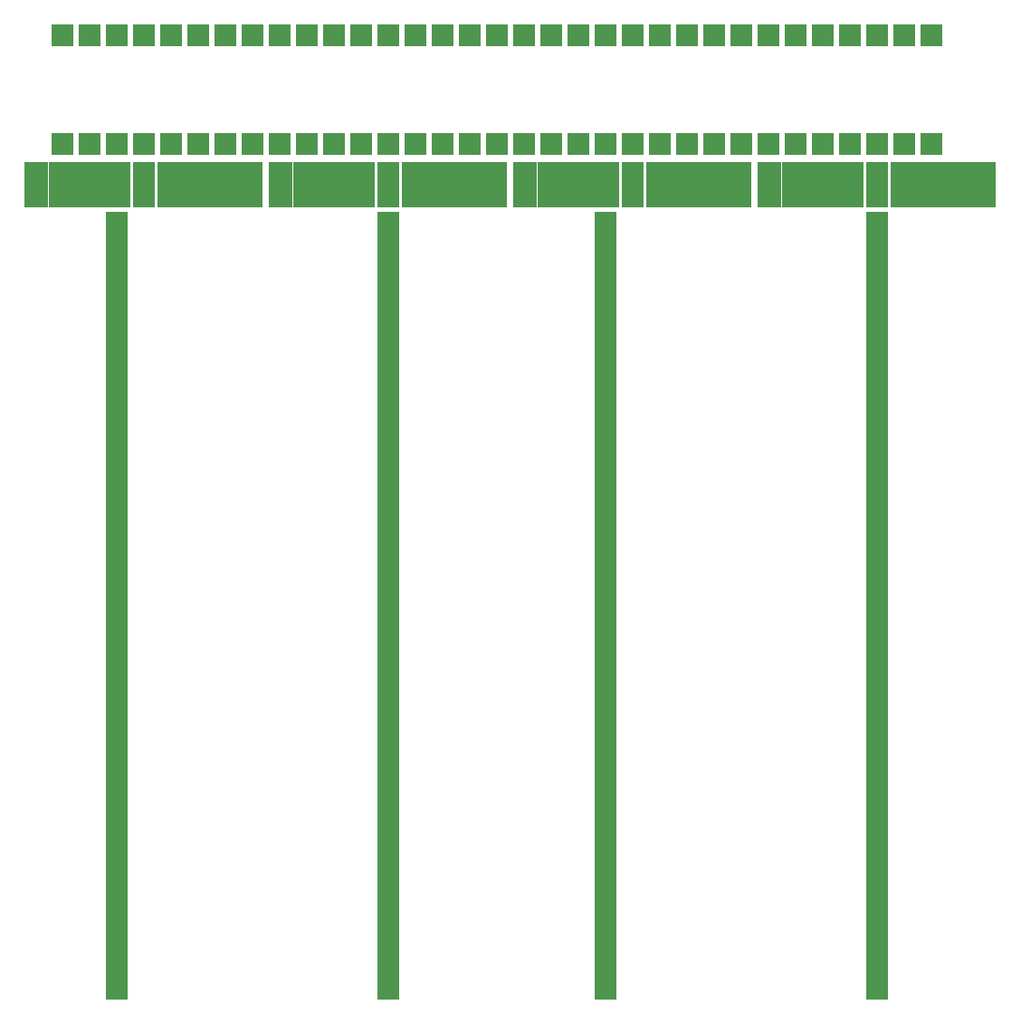
<source format=gts>
%TF.GenerationSoftware,KiCad,Pcbnew,(5.99.0-1350-g7e4d255cd)*%
%TF.CreationDate,2020-04-19T23:06:08-06:00*%
%TF.ProjectId,generic-pcb,67656e65-7269-4632-9d70-63622e6b6963,rev?*%
%TF.SameCoordinates,PX5d42830PY292dfe0*%
%TF.FileFunction,Soldermask,Top*%
%TF.FilePolarity,Negative*%
%FSLAX46Y46*%
G04 Gerber Fmt 4.6, Leading zero omitted, Abs format (unit mm)*
G04 Created by KiCad (PCBNEW (5.99.0-1350-g7e4d255cd)) date 2020-04-19 23:06:08*
%MOMM*%
%LPD*%
G01*
G04 APERTURE LIST*
%ADD10R,2.540000X2.286000*%
%ADD11R,2.286000X2.286000*%
%ADD12R,3.048000X2.286000*%
%ADD13R,2.032000X2.286000*%
%ADD14R,2.032000X2.540000*%
%ADD15R,2.032000X2.032000*%
G04 APERTURE END LIST*
D10*
%TO.C,REF\u002A\u002A8*%
X82550000Y-17526000D03*
D11*
X95123000Y-17526000D03*
D10*
X92710000Y-17526000D03*
X90170000Y-17526000D03*
D11*
X75057000Y-17526000D03*
D10*
X77470000Y-17526000D03*
X87630000Y-17526000D03*
D12*
X80010000Y-17526000D03*
D13*
X85090000Y-17526000D03*
D11*
X75057000Y-15494000D03*
D10*
X77470000Y-15494000D03*
X80010000Y-15494000D03*
X82550000Y-15494000D03*
D11*
X95123000Y-15494000D03*
D10*
X92710000Y-15494000D03*
X90170000Y-15494000D03*
X87630000Y-15494000D03*
D13*
X85090000Y-15494000D03*
%TD*%
%TO.C,REF\u002A\u002A8*%
X62230000Y-15494000D03*
D10*
X64770000Y-15494000D03*
X67310000Y-15494000D03*
X69850000Y-15494000D03*
D11*
X72263000Y-15494000D03*
D10*
X59690000Y-15494000D03*
X57150000Y-15494000D03*
X54610000Y-15494000D03*
D11*
X52197000Y-15494000D03*
D13*
X62230000Y-17526000D03*
D12*
X57150000Y-17526000D03*
D10*
X64770000Y-17526000D03*
X54610000Y-17526000D03*
D11*
X52197000Y-17526000D03*
D10*
X67310000Y-17526000D03*
X69850000Y-17526000D03*
D11*
X72263000Y-17526000D03*
D10*
X59690000Y-17526000D03*
%TD*%
%TO.C,REF\u002A\u002A8*%
X36830000Y-17526000D03*
D11*
X49403000Y-17526000D03*
D10*
X46990000Y-17526000D03*
X44450000Y-17526000D03*
D11*
X29337000Y-17526000D03*
D10*
X31750000Y-17526000D03*
X41910000Y-17526000D03*
D12*
X34290000Y-17526000D03*
D13*
X39370000Y-17526000D03*
D11*
X29337000Y-15494000D03*
D10*
X31750000Y-15494000D03*
X34290000Y-15494000D03*
X36830000Y-15494000D03*
D11*
X49403000Y-15494000D03*
D10*
X46990000Y-15494000D03*
X44450000Y-15494000D03*
X41910000Y-15494000D03*
D13*
X39370000Y-15494000D03*
%TD*%
%TO.C,REF\u002A\u002A8*%
X16510000Y-15494000D03*
D10*
X19050000Y-15494000D03*
X21590000Y-15494000D03*
X24130000Y-15494000D03*
D11*
X26543000Y-15494000D03*
D10*
X13970000Y-15494000D03*
X11430000Y-15494000D03*
X8890000Y-15494000D03*
D11*
X6477000Y-15494000D03*
D13*
X16510000Y-17526000D03*
D12*
X11430000Y-17526000D03*
D10*
X19050000Y-17526000D03*
X8890000Y-17526000D03*
D11*
X6477000Y-17526000D03*
D10*
X21590000Y-17526000D03*
X24130000Y-17526000D03*
D11*
X26543000Y-17526000D03*
D10*
X13970000Y-17526000D03*
%TD*%
D14*
%TO.C,REF\u002A\u002A10*%
X85090000Y-91440000D03*
%TD*%
%TO.C,REF\u002A\u002A10*%
X39370000Y-91440000D03*
%TD*%
%TO.C,REF\u002A\u002A22*%
X59690000Y-40640000D03*
%TD*%
%TO.C,REF\u002A\u002A27*%
X13970000Y-27940000D03*
%TD*%
%TO.C,REF\u002A\u002A27*%
X13970000Y-25400000D03*
%TD*%
%TO.C,REF\u002A\u002A27*%
X13970000Y-22860000D03*
%TD*%
%TO.C,REF\u002A\u002A34*%
X39370000Y-27940000D03*
%TD*%
%TO.C,REF\u002A\u002A34*%
X39370000Y-25400000D03*
%TD*%
%TO.C,REF\u002A\u002A34*%
X39370000Y-22860000D03*
%TD*%
%TO.C,REF\u002A\u002A27*%
X59690000Y-27940000D03*
%TD*%
%TO.C,REF\u002A\u002A27*%
X59690000Y-25400000D03*
%TD*%
%TO.C,REF\u002A\u002A27*%
X59690000Y-22860000D03*
%TD*%
%TO.C,REF\u002A\u002A34*%
X85090000Y-27940000D03*
%TD*%
%TO.C,REF\u002A\u002A34*%
X85090000Y-25400000D03*
%TD*%
%TO.C,REF\u002A\u002A34*%
X85090000Y-22860000D03*
%TD*%
%TO.C,REF\u002A\u002A3*%
X13970000Y-88900000D03*
%TD*%
%TO.C,REF\u002A\u002A4*%
X13970000Y-86360000D03*
%TD*%
%TO.C,REF\u002A\u002A5*%
X13970000Y-83820000D03*
%TD*%
%TO.C,REF\u002A\u002A6*%
X13970000Y-81280000D03*
%TD*%
%TO.C,REF\u002A\u002A7*%
X13970000Y-78740000D03*
%TD*%
%TO.C,REF\u002A\u002A8*%
X13970000Y-76200000D03*
%TD*%
%TO.C,REF\u002A\u002A9*%
X13970000Y-73660000D03*
%TD*%
%TO.C,REF\u002A\u002A10*%
X13970000Y-71120000D03*
%TD*%
%TO.C,REF\u002A\u002A11*%
X13970000Y-68580000D03*
%TD*%
%TO.C,REF\u002A\u002A12*%
X13970000Y-66040000D03*
%TD*%
%TO.C,REF\u002A\u002A13*%
X13970000Y-63500000D03*
%TD*%
%TO.C,REF\u002A\u002A14*%
X13970000Y-60960000D03*
%TD*%
%TO.C,REF\u002A\u002A15*%
X13970000Y-58420000D03*
%TD*%
%TO.C,REF\u002A\u002A16*%
X13970000Y-55880000D03*
%TD*%
%TO.C,REF\u002A\u002A17*%
X13970000Y-53340000D03*
%TD*%
%TO.C,REF\u002A\u002A18*%
X13970000Y-50800000D03*
%TD*%
%TO.C,REF\u002A\u002A19*%
X13970000Y-48260000D03*
%TD*%
%TO.C,REF\u002A\u002A20*%
X13970000Y-45720000D03*
%TD*%
%TO.C,REF\u002A\u002A21*%
X13970000Y-43180000D03*
%TD*%
%TO.C,REF\u002A\u002A22*%
X13970000Y-40640000D03*
%TD*%
%TO.C,REF\u002A\u002A23*%
X13970000Y-38100000D03*
%TD*%
%TO.C,REF\u002A\u002A24*%
X13970000Y-35560000D03*
%TD*%
%TO.C,REF\u002A\u002A25*%
X13970000Y-33020000D03*
%TD*%
%TO.C,REF\u002A\u002A26*%
X13970000Y-30480000D03*
%TD*%
%TO.C,REF\u002A\u002A27*%
X13970000Y-20320000D03*
%TD*%
%TO.C,REF\u002A\u002A27*%
X13970000Y-20320000D03*
%TD*%
%TO.C,REF\u002A\u002A26*%
X13970000Y-30480000D03*
%TD*%
%TO.C,REF\u002A\u002A25*%
X13970000Y-33020000D03*
%TD*%
%TO.C,REF\u002A\u002A24*%
X13970000Y-35560000D03*
%TD*%
%TO.C,REF\u002A\u002A23*%
X13970000Y-38100000D03*
%TD*%
%TO.C,REF\u002A\u002A22*%
X13970000Y-40640000D03*
%TD*%
%TO.C,REF\u002A\u002A21*%
X13970000Y-43180000D03*
%TD*%
%TO.C,REF\u002A\u002A20*%
X13970000Y-45720000D03*
%TD*%
%TO.C,REF\u002A\u002A19*%
X13970000Y-48260000D03*
%TD*%
%TO.C,REF\u002A\u002A18*%
X13970000Y-50800000D03*
%TD*%
%TO.C,REF\u002A\u002A17*%
X13970000Y-53340000D03*
%TD*%
%TO.C,REF\u002A\u002A16*%
X13970000Y-55880000D03*
%TD*%
%TO.C,REF\u002A\u002A15*%
X13970000Y-58420000D03*
%TD*%
%TO.C,REF\u002A\u002A14*%
X13970000Y-60960000D03*
%TD*%
%TO.C,REF\u002A\u002A13*%
X13970000Y-63500000D03*
%TD*%
%TO.C,REF\u002A\u002A12*%
X13970000Y-66040000D03*
%TD*%
%TO.C,REF\u002A\u002A11*%
X13970000Y-68580000D03*
%TD*%
%TO.C,REF\u002A\u002A10*%
X13970000Y-71120000D03*
%TD*%
%TO.C,REF\u002A\u002A9*%
X13970000Y-73660000D03*
%TD*%
%TO.C,REF\u002A\u002A8*%
X13970000Y-76200000D03*
%TD*%
%TO.C,REF\u002A\u002A7*%
X13970000Y-78740000D03*
%TD*%
%TO.C,REF\u002A\u002A6*%
X13970000Y-81280000D03*
%TD*%
%TO.C,REF\u002A\u002A5*%
X13970000Y-83820000D03*
%TD*%
%TO.C,REF\u002A\u002A4*%
X13970000Y-86360000D03*
%TD*%
%TO.C,REF\u002A\u002A3*%
X13970000Y-91440000D03*
%TD*%
%TO.C,REF\u002A\u002A3*%
X59690000Y-88900000D03*
%TD*%
%TO.C,REF\u002A\u002A4*%
X59690000Y-86360000D03*
%TD*%
%TO.C,REF\u002A\u002A5*%
X59690000Y-83820000D03*
%TD*%
%TO.C,REF\u002A\u002A6*%
X59690000Y-81280000D03*
%TD*%
%TO.C,REF\u002A\u002A7*%
X59690000Y-78740000D03*
%TD*%
%TO.C,REF\u002A\u002A8*%
X59690000Y-76200000D03*
%TD*%
%TO.C,REF\u002A\u002A9*%
X59690000Y-73660000D03*
%TD*%
%TO.C,REF\u002A\u002A10*%
X59690000Y-71120000D03*
%TD*%
%TO.C,REF\u002A\u002A11*%
X59690000Y-68580000D03*
%TD*%
%TO.C,REF\u002A\u002A12*%
X59690000Y-66040000D03*
%TD*%
%TO.C,REF\u002A\u002A13*%
X59690000Y-63500000D03*
%TD*%
%TO.C,REF\u002A\u002A14*%
X59690000Y-60960000D03*
%TD*%
%TO.C,REF\u002A\u002A15*%
X59690000Y-58420000D03*
%TD*%
%TO.C,REF\u002A\u002A16*%
X59690000Y-55880000D03*
%TD*%
%TO.C,REF\u002A\u002A17*%
X59690000Y-53340000D03*
%TD*%
%TO.C,REF\u002A\u002A18*%
X59690000Y-50800000D03*
%TD*%
%TO.C,REF\u002A\u002A19*%
X59690000Y-48260000D03*
%TD*%
%TO.C,REF\u002A\u002A20*%
X59690000Y-45720000D03*
%TD*%
%TO.C,REF\u002A\u002A21*%
X59690000Y-43180000D03*
%TD*%
%TO.C,REF\u002A\u002A22*%
X59690000Y-40640000D03*
%TD*%
%TO.C,REF\u002A\u002A23*%
X59690000Y-38100000D03*
%TD*%
%TO.C,REF\u002A\u002A24*%
X59690000Y-35560000D03*
%TD*%
%TO.C,REF\u002A\u002A25*%
X59690000Y-33020000D03*
%TD*%
%TO.C,REF\u002A\u002A26*%
X59690000Y-30480000D03*
%TD*%
%TO.C,REF\u002A\u002A27*%
X59690000Y-20320000D03*
%TD*%
%TO.C,REF\u002A\u002A27*%
X59690000Y-20320000D03*
%TD*%
%TO.C,REF\u002A\u002A26*%
X59690000Y-30480000D03*
%TD*%
%TO.C,REF\u002A\u002A25*%
X59690000Y-33020000D03*
%TD*%
%TO.C,REF\u002A\u002A24*%
X59690000Y-35560000D03*
%TD*%
%TO.C,REF\u002A\u002A23*%
X59690000Y-38100000D03*
%TD*%
%TO.C,REF\u002A\u002A22*%
X59690000Y-40640000D03*
%TD*%
%TO.C,REF\u002A\u002A21*%
X59690000Y-43180000D03*
%TD*%
%TO.C,REF\u002A\u002A20*%
X59690000Y-45720000D03*
%TD*%
%TO.C,REF\u002A\u002A19*%
X59690000Y-48260000D03*
%TD*%
%TO.C,REF\u002A\u002A18*%
X59690000Y-50800000D03*
%TD*%
%TO.C,REF\u002A\u002A17*%
X59690000Y-53340000D03*
%TD*%
%TO.C,REF\u002A\u002A16*%
X59690000Y-55880000D03*
%TD*%
%TO.C,REF\u002A\u002A15*%
X59690000Y-58420000D03*
%TD*%
%TO.C,REF\u002A\u002A14*%
X59690000Y-60960000D03*
%TD*%
%TO.C,REF\u002A\u002A13*%
X59690000Y-63500000D03*
%TD*%
%TO.C,REF\u002A\u002A12*%
X59690000Y-66040000D03*
%TD*%
%TO.C,REF\u002A\u002A11*%
X59690000Y-68580000D03*
%TD*%
%TO.C,REF\u002A\u002A10*%
X59690000Y-71120000D03*
%TD*%
%TO.C,REF\u002A\u002A9*%
X59690000Y-73660000D03*
%TD*%
%TO.C,REF\u002A\u002A8*%
X59690000Y-76200000D03*
%TD*%
%TO.C,REF\u002A\u002A7*%
X59690000Y-78740000D03*
%TD*%
%TO.C,REF\u002A\u002A6*%
X59690000Y-81280000D03*
%TD*%
%TO.C,REF\u002A\u002A5*%
X59690000Y-83820000D03*
%TD*%
%TO.C,REF\u002A\u002A4*%
X59690000Y-86360000D03*
%TD*%
%TO.C,REF\u002A\u002A3*%
X59690000Y-91440000D03*
%TD*%
%TO.C,REF\u002A\u002A10*%
X39370000Y-88900000D03*
%TD*%
%TO.C,REF\u002A\u002A11*%
X39370000Y-86360000D03*
%TD*%
%TO.C,REF\u002A\u002A12*%
X39370000Y-83820000D03*
%TD*%
%TO.C,REF\u002A\u002A13*%
X39370000Y-81280000D03*
%TD*%
%TO.C,REF\u002A\u002A14*%
X39370000Y-78740000D03*
%TD*%
%TO.C,REF\u002A\u002A15*%
X39370000Y-76200000D03*
%TD*%
%TO.C,REF\u002A\u002A16*%
X39370000Y-73660000D03*
%TD*%
%TO.C,REF\u002A\u002A17*%
X39370000Y-71120000D03*
%TD*%
%TO.C,REF\u002A\u002A18*%
X39370000Y-68580000D03*
%TD*%
%TO.C,REF\u002A\u002A19*%
X39370000Y-66040000D03*
%TD*%
%TO.C,REF\u002A\u002A20*%
X39370000Y-63500000D03*
%TD*%
%TO.C,REF\u002A\u002A21*%
X39370000Y-60960000D03*
%TD*%
%TO.C,REF\u002A\u002A22*%
X39370000Y-58420000D03*
%TD*%
%TO.C,REF\u002A\u002A23*%
X39370000Y-55880000D03*
%TD*%
%TO.C,REF\u002A\u002A24*%
X39370000Y-53340000D03*
%TD*%
%TO.C,REF\u002A\u002A25*%
X39370000Y-50800000D03*
%TD*%
%TO.C,REF\u002A\u002A26*%
X39370000Y-48260000D03*
%TD*%
%TO.C,REF\u002A\u002A27*%
X39370000Y-45720000D03*
%TD*%
%TO.C,REF\u002A\u002A28*%
X39370000Y-43180000D03*
%TD*%
%TO.C,REF\u002A\u002A29*%
X39370000Y-40640000D03*
%TD*%
%TO.C,REF\u002A\u002A30*%
X39370000Y-38100000D03*
%TD*%
%TO.C,REF\u002A\u002A31*%
X39370000Y-35560000D03*
%TD*%
%TO.C,REF\u002A\u002A32*%
X39370000Y-33020000D03*
%TD*%
%TO.C,REF\u002A\u002A33*%
X39370000Y-30480000D03*
%TD*%
%TO.C,REF\u002A\u002A34*%
X39370000Y-20320000D03*
%TD*%
%TO.C,REF\u002A\u002A34*%
X85090000Y-20320000D03*
%TD*%
%TO.C,REF\u002A\u002A33*%
X85090000Y-30480000D03*
%TD*%
%TO.C,REF\u002A\u002A32*%
X85090000Y-33020000D03*
%TD*%
%TO.C,REF\u002A\u002A31*%
X85090000Y-35560000D03*
%TD*%
%TO.C,REF\u002A\u002A30*%
X85090000Y-38100000D03*
%TD*%
%TO.C,REF\u002A\u002A29*%
X85090000Y-40640000D03*
%TD*%
%TO.C,REF\u002A\u002A28*%
X85090000Y-43180000D03*
%TD*%
%TO.C,REF\u002A\u002A27*%
X85090000Y-45720000D03*
%TD*%
%TO.C,REF\u002A\u002A26*%
X85090000Y-48260000D03*
%TD*%
%TO.C,REF\u002A\u002A25*%
X85090000Y-50800000D03*
%TD*%
%TO.C,REF\u002A\u002A24*%
X85090000Y-53340000D03*
%TD*%
%TO.C,REF\u002A\u002A23*%
X85090000Y-55880000D03*
%TD*%
%TO.C,REF\u002A\u002A22*%
X85090000Y-58420000D03*
%TD*%
%TO.C,REF\u002A\u002A21*%
X85090000Y-60960000D03*
%TD*%
%TO.C,REF\u002A\u002A20*%
X85090000Y-63500000D03*
%TD*%
%TO.C,REF\u002A\u002A19*%
X85090000Y-66040000D03*
%TD*%
%TO.C,REF\u002A\u002A18*%
X85090000Y-68580000D03*
%TD*%
%TO.C,REF\u002A\u002A17*%
X85090000Y-71120000D03*
%TD*%
%TO.C,REF\u002A\u002A16*%
X85090000Y-73660000D03*
%TD*%
%TO.C,REF\u002A\u002A15*%
X85090000Y-76200000D03*
%TD*%
%TO.C,REF\u002A\u002A14*%
X85090000Y-78740000D03*
%TD*%
%TO.C,REF\u002A\u002A13*%
X85090000Y-81280000D03*
%TD*%
%TO.C,REF\u002A\u002A12*%
X85090000Y-83820000D03*
%TD*%
%TO.C,REF\u002A\u002A11*%
X85090000Y-86360000D03*
%TD*%
%TO.C,REF\u002A\u002A10*%
X85090000Y-88900000D03*
%TD*%
D15*
%TO.C,REF\u002A\u002A33*%
X90170000Y-2540000D03*
X90170000Y-12700000D03*
%TD*%
%TO.C,REF\u002A\u002A32*%
X87630000Y-2540000D03*
X87630000Y-12700000D03*
%TD*%
%TO.C,REF\u002A\u002A31*%
X85090000Y-2540000D03*
X85090000Y-12700000D03*
%TD*%
%TO.C,REF\u002A\u002A30*%
X82550000Y-2540000D03*
X82550000Y-12700000D03*
%TD*%
%TO.C,REF\u002A\u002A29*%
X80010000Y-2540000D03*
X80010000Y-12700000D03*
%TD*%
%TO.C,REF\u002A\u002A28*%
X77470000Y-2540000D03*
X77470000Y-12700000D03*
%TD*%
%TO.C,REF\u002A\u002A27*%
X74930000Y-2540000D03*
X74930000Y-12700000D03*
%TD*%
%TO.C,REF\u002A\u002A26*%
X72390000Y-2540000D03*
X72390000Y-12700000D03*
%TD*%
%TO.C,REF\u002A\u002A25*%
X69850000Y-2540000D03*
X69850000Y-12700000D03*
%TD*%
%TO.C,REF\u002A\u002A24*%
X67310000Y-2540000D03*
X67310000Y-12700000D03*
%TD*%
%TO.C,REF\u002A\u002A23*%
X64770000Y-2540000D03*
X64770000Y-12700000D03*
%TD*%
%TO.C,REF\u002A\u002A22*%
X62230000Y-2540000D03*
X62230000Y-12700000D03*
%TD*%
%TO.C,REF\u002A\u002A21*%
X59690000Y-2540000D03*
X59690000Y-12700000D03*
%TD*%
%TO.C,REF\u002A\u002A20*%
X57150000Y-2540000D03*
X57150000Y-12700000D03*
%TD*%
%TO.C,REF\u002A\u002A19*%
X54610000Y-2540000D03*
X54610000Y-12700000D03*
%TD*%
%TO.C,REF\u002A\u002A18*%
X52070000Y-2540000D03*
X52070000Y-12700000D03*
%TD*%
%TO.C,REF\u002A\u002A17*%
X49530000Y-2540000D03*
X49530000Y-12700000D03*
%TD*%
%TO.C,REF\u002A\u002A16*%
X46990000Y-2540000D03*
X46990000Y-12700000D03*
%TD*%
%TO.C,REF\u002A\u002A15*%
X44450000Y-2540000D03*
X44450000Y-12700000D03*
%TD*%
%TO.C,REF\u002A\u002A14*%
X41910000Y-2540000D03*
X41910000Y-12700000D03*
%TD*%
%TO.C,REF\u002A\u002A13*%
X39370000Y-2540000D03*
X39370000Y-12700000D03*
%TD*%
%TO.C,REF\u002A\u002A12*%
X36830000Y-2540000D03*
X36830000Y-12700000D03*
%TD*%
%TO.C,REF\u002A\u002A11*%
X34290000Y-2540000D03*
X34290000Y-12700000D03*
%TD*%
%TO.C,REF\u002A\u002A10*%
X31750000Y-2540000D03*
X31750000Y-12700000D03*
%TD*%
%TO.C,REF\u002A\u002A9*%
X29210000Y-2540000D03*
X29210000Y-12700000D03*
%TD*%
%TO.C,REF\u002A\u002A8*%
X26670000Y-2540000D03*
X26670000Y-12700000D03*
%TD*%
%TO.C,REF\u002A\u002A7*%
X24130000Y-2540000D03*
X24130000Y-12700000D03*
%TD*%
%TO.C,REF\u002A\u002A6*%
X21590000Y-2540000D03*
X21590000Y-12700000D03*
%TD*%
%TO.C,REF\u002A\u002A5*%
X19050000Y-2540000D03*
X19050000Y-12700000D03*
%TD*%
%TO.C,REF\u002A\u002A4*%
X16510000Y-2540000D03*
X16510000Y-12700000D03*
%TD*%
%TO.C,REF\u002A\u002A3*%
X13970000Y-2540000D03*
X13970000Y-12700000D03*
%TD*%
%TO.C,REF\u002A\u002A2*%
X11430000Y-2540000D03*
X11430000Y-12700000D03*
%TD*%
%TO.C,REF\u002A\u002A1*%
X8890000Y-2540000D03*
X8890000Y-12700000D03*
%TD*%
M02*

</source>
